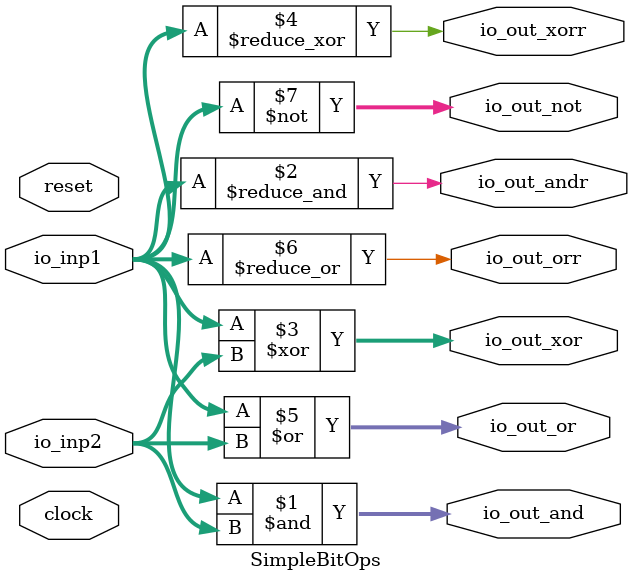
<source format=v>
module SimpleBitOps(
  input        clock,
  input        reset,
  input  [3:0] io_inp1,
  input  [3:0] io_inp2,
  output [3:0] io_out_and,
  output       io_out_andr,
  output [3:0] io_out_xor,
  output       io_out_xorr,
  output [3:0] io_out_or,
  output       io_out_orr,
  output [3:0] io_out_not
);
  assign io_out_and = io_inp1 & io_inp2; // @[SimpleBitOps.scala 32:25]
  assign io_out_andr = &io_inp1; // @[SimpleBitOps.scala 36:26]
  assign io_out_xor = io_inp1 ^ io_inp2; // @[SimpleBitOps.scala 33:25]
  assign io_out_xorr = ^io_inp1; // @[SimpleBitOps.scala 37:26]
  assign io_out_or = io_inp1 | io_inp2; // @[SimpleBitOps.scala 34:25]
  assign io_out_orr = |io_inp1; // @[SimpleBitOps.scala 38:26]
  assign io_out_not = ~io_inp1; // @[SimpleBitOps.scala 40:17]
endmodule

</source>
